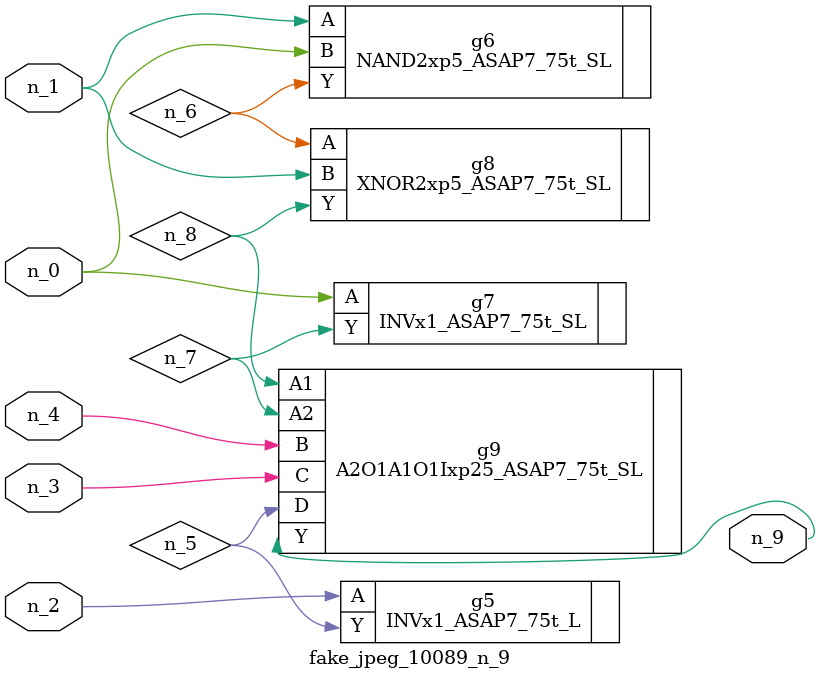
<source format=v>
module fake_jpeg_10089_n_9 (n_3, n_2, n_1, n_0, n_4, n_9);

input n_3;
input n_2;
input n_1;
input n_0;
input n_4;

output n_9;

wire n_8;
wire n_6;
wire n_5;
wire n_7;

INVx1_ASAP7_75t_L g5 ( 
.A(n_2),
.Y(n_5)
);

NAND2xp5_ASAP7_75t_SL g6 ( 
.A(n_1),
.B(n_0),
.Y(n_6)
);

INVx1_ASAP7_75t_SL g7 ( 
.A(n_0),
.Y(n_7)
);

XNOR2xp5_ASAP7_75t_SL g8 ( 
.A(n_6),
.B(n_1),
.Y(n_8)
);

A2O1A1O1Ixp25_ASAP7_75t_SL g9 ( 
.A1(n_8),
.A2(n_7),
.B(n_4),
.C(n_3),
.D(n_5),
.Y(n_9)
);


endmodule
</source>
